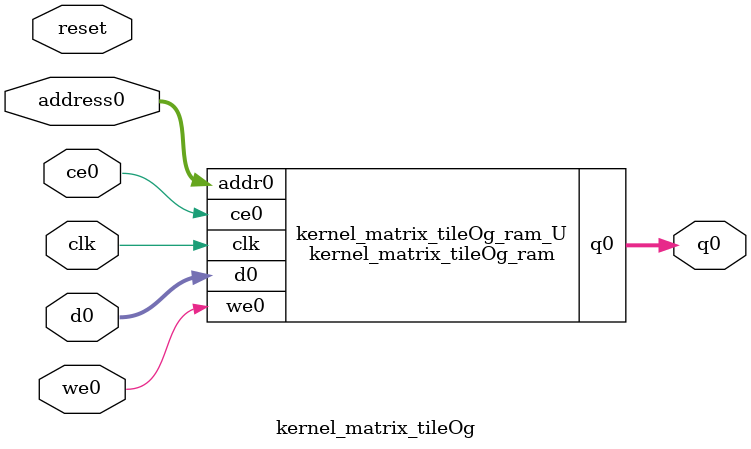
<source format=v>

`timescale 1 ns / 1 ps
module kernel_matrix_tileOg_ram (addr0, ce0, d0, we0, q0,  clk);

parameter DWIDTH = 32;
parameter AWIDTH = 12;
parameter MEM_SIZE = 2500;

input[AWIDTH-1:0] addr0;
input ce0;
input[DWIDTH-1:0] d0;
input we0;
output reg[DWIDTH-1:0] q0;
input clk;

(* ram_style = "block" *)reg [DWIDTH-1:0] ram[0:MEM_SIZE-1];




always @(posedge clk)  
begin 
    if (ce0) 
    begin
        if (we0) 
        begin 
            ram[addr0] <= d0; 
            q0 <= d0;
        end 
        else 
            q0 <= ram[addr0];
    end
end


endmodule


`timescale 1 ns / 1 ps
module kernel_matrix_tileOg(
    reset,
    clk,
    address0,
    ce0,
    we0,
    d0,
    q0);

parameter DataWidth = 32'd32;
parameter AddressRange = 32'd2500;
parameter AddressWidth = 32'd12;
input reset;
input clk;
input[AddressWidth - 1:0] address0;
input ce0;
input we0;
input[DataWidth - 1:0] d0;
output[DataWidth - 1:0] q0;



kernel_matrix_tileOg_ram kernel_matrix_tileOg_ram_U(
    .clk( clk ),
    .addr0( address0 ),
    .ce0( ce0 ),
    .we0( we0 ),
    .d0( d0 ),
    .q0( q0 ));

endmodule


</source>
